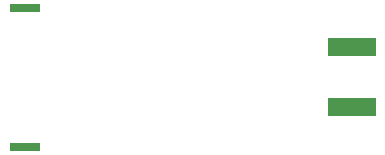
<source format=gbp>
G04 (created by PCBNEW (2013-07-07 BZR 4022)-stable) date 2015/9/10 11:53:31*
%MOIN*%
G04 Gerber Fmt 3.4, Leading zero omitted, Abs format*
%FSLAX34Y34*%
G01*
G70*
G90*
G04 APERTURE LIST*
%ADD10C,0.00590551*%
%ADD11R,0.16X0.06*%
%ADD12R,0.1024X0.0315*%
G04 APERTURE END LIST*
G54D10*
G54D11*
X12028Y-2543D03*
X12028Y-4543D03*
G54D12*
X1132Y-1232D03*
X1117Y-5854D03*
M02*

</source>
